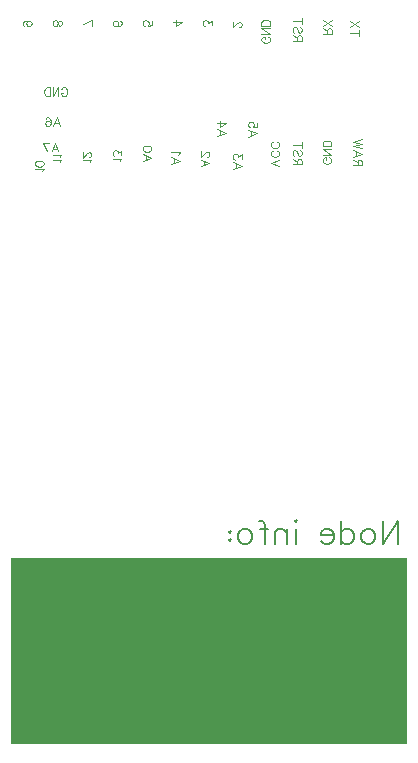
<source format=gbo>
G04 Layer: BottomSilkLayer*
G04 EasyEDA v6.2.46, 2019-11-03T11:34:55+01:00*
G04 e10e46a80a834b6b97d20d57123ccb7d,d15f1e4770a0489585fd403fbbc54e69,10*
G04 Gerber Generator version 0.2*
G04 Scale: 100 percent, Rotated: No, Reflected: No *
G04 Dimensions in inches *
G04 leading zeros omitted , absolute positions ,2 integer and 4 decimal *
%FSLAX24Y24*%
%MOIN*%
G90*
G70D02*

%ADD11C,0.008000*%
%ADD23C,0.004000*%

%LPD*%
G54D23*
G01X11978Y24098D02*
G01X11691Y24098D01*
G01X11978Y24003D02*
G01X11978Y24194D01*
G01X11978Y24284D02*
G01X11691Y24475D01*
G01X11978Y24475D02*
G01X11691Y24284D01*
G01X11078Y24053D02*
G01X10791Y24053D01*
G01X11078Y24053D02*
G01X11078Y24176D01*
G01X11064Y24217D01*
G01X11050Y24230D01*
G01X11023Y24244D01*
G01X10996Y24244D01*
G01X10969Y24230D01*
G01X10955Y24217D01*
G01X10941Y24176D01*
G01X10941Y24053D01*
G01X10941Y24148D02*
G01X10791Y24244D01*
G01X11078Y24334D02*
G01X10791Y24525D01*
G01X11078Y24525D02*
G01X10791Y24334D01*
G01X10078Y23822D02*
G01X9791Y23822D01*
G01X10078Y23822D02*
G01X10078Y23945D01*
G01X10064Y23986D01*
G01X10050Y23999D01*
G01X10023Y24013D01*
G01X9996Y24013D01*
G01X9969Y23999D01*
G01X9955Y23986D01*
G01X9941Y23945D01*
G01X9941Y23822D01*
G01X9941Y23917D02*
G01X9791Y24013D01*
G01X10037Y24294D02*
G01X10064Y24267D01*
G01X10078Y24226D01*
G01X10078Y24171D01*
G01X10064Y24130D01*
G01X10037Y24103D01*
G01X10009Y24103D01*
G01X9982Y24117D01*
G01X9969Y24130D01*
G01X9955Y24157D01*
G01X9928Y24239D01*
G01X9914Y24267D01*
G01X9900Y24280D01*
G01X9873Y24294D01*
G01X9832Y24294D01*
G01X9805Y24267D01*
G01X9791Y24226D01*
G01X9791Y24171D01*
G01X9805Y24130D01*
G01X9832Y24103D01*
G01X10078Y24479D02*
G01X9791Y24479D01*
G01X10078Y24384D02*
G01X10078Y24575D01*
G01X8959Y23964D02*
G01X8987Y23950D01*
G01X9014Y23923D01*
G01X9028Y23895D01*
G01X9028Y23841D01*
G01X9014Y23814D01*
G01X8987Y23786D01*
G01X8959Y23773D01*
G01X8919Y23759D01*
G01X8850Y23759D01*
G01X8809Y23773D01*
G01X8782Y23786D01*
G01X8755Y23814D01*
G01X8741Y23841D01*
G01X8741Y23895D01*
G01X8755Y23923D01*
G01X8782Y23950D01*
G01X8809Y23964D01*
G01X8850Y23964D01*
G01X8850Y23895D02*
G01X8850Y23964D01*
G01X9028Y24054D02*
G01X8741Y24054D01*
G01X9028Y24054D02*
G01X8741Y24244D01*
G01X9028Y24244D02*
G01X8741Y24244D01*
G01X9028Y24334D02*
G01X8741Y24334D01*
G01X9028Y24334D02*
G01X9028Y24430D01*
G01X9014Y24471D01*
G01X8987Y24498D01*
G01X8959Y24512D01*
G01X8919Y24525D01*
G01X8850Y24525D01*
G01X8809Y24512D01*
G01X8782Y24498D01*
G01X8755Y24471D01*
G01X8741Y24430D01*
G01X8741Y24334D01*
G01X8009Y24286D02*
G01X8023Y24286D01*
G01X8050Y24299D01*
G01X8064Y24313D01*
G01X8078Y24340D01*
G01X8078Y24395D01*
G01X8064Y24422D01*
G01X8050Y24436D01*
G01X8023Y24449D01*
G01X7996Y24449D01*
G01X7969Y24436D01*
G01X7928Y24408D01*
G01X7791Y24272D01*
G01X7791Y24463D01*
G01X7078Y24349D02*
G01X7078Y24499D01*
G01X6969Y24417D01*
G01X6969Y24458D01*
G01X6955Y24486D01*
G01X6941Y24499D01*
G01X6900Y24513D01*
G01X6873Y24513D01*
G01X6832Y24499D01*
G01X6805Y24472D01*
G01X6791Y24431D01*
G01X6791Y24390D01*
G01X6805Y24349D01*
G01X6819Y24336D01*
G01X6846Y24322D01*
G01X6078Y24458D02*
G01X5887Y24322D01*
G01X5887Y24527D01*
G01X6078Y24458D02*
G01X5791Y24458D01*
G01X5078Y24486D02*
G01X5078Y24349D01*
G01X4955Y24336D01*
G01X4969Y24349D01*
G01X4982Y24390D01*
G01X4982Y24431D01*
G01X4969Y24472D01*
G01X4941Y24499D01*
G01X4900Y24513D01*
G01X4873Y24513D01*
G01X4832Y24499D01*
G01X4805Y24472D01*
G01X4791Y24431D01*
G01X4791Y24390D01*
G01X4805Y24349D01*
G01X4819Y24336D01*
G01X4846Y24322D01*
G01X4037Y24486D02*
G01X4064Y24472D01*
G01X4078Y24431D01*
G01X4078Y24404D01*
G01X4064Y24363D01*
G01X4023Y24336D01*
G01X3955Y24322D01*
G01X3887Y24322D01*
G01X3832Y24336D01*
G01X3805Y24363D01*
G01X3791Y24404D01*
G01X3791Y24417D01*
G01X3805Y24458D01*
G01X3832Y24486D01*
G01X3873Y24499D01*
G01X3887Y24499D01*
G01X3928Y24486D01*
G01X3955Y24458D01*
G01X3969Y24417D01*
G01X3969Y24404D01*
G01X3955Y24363D01*
G01X3928Y24336D01*
G01X3887Y24322D01*
G01X3078Y24513D02*
G01X2791Y24377D01*
G01X3078Y24322D02*
G01X3078Y24513D01*
G01X2078Y24390D02*
G01X2064Y24349D01*
G01X2037Y24336D01*
G01X2009Y24336D01*
G01X1982Y24349D01*
G01X1969Y24377D01*
G01X1955Y24431D01*
G01X1941Y24472D01*
G01X1914Y24499D01*
G01X1887Y24513D01*
G01X1846Y24513D01*
G01X1819Y24499D01*
G01X1805Y24486D01*
G01X1791Y24445D01*
G01X1791Y24390D01*
G01X1805Y24349D01*
G01X1819Y24336D01*
G01X1846Y24322D01*
G01X1887Y24322D01*
G01X1914Y24336D01*
G01X1941Y24363D01*
G01X1955Y24404D01*
G01X1969Y24458D01*
G01X1982Y24486D01*
G01X2009Y24499D01*
G01X2037Y24499D01*
G01X2064Y24486D01*
G01X2078Y24445D01*
G01X2078Y24390D01*
G01X982Y24499D02*
G01X941Y24486D01*
G01X914Y24458D01*
G01X900Y24417D01*
G01X900Y24404D01*
G01X914Y24363D01*
G01X941Y24336D01*
G01X982Y24322D01*
G01X996Y24322D01*
G01X1037Y24336D01*
G01X1064Y24363D01*
G01X1078Y24404D01*
G01X1078Y24417D01*
G01X1064Y24458D01*
G01X1037Y24486D01*
G01X982Y24499D01*
G01X914Y24499D01*
G01X846Y24486D01*
G01X805Y24458D01*
G01X791Y24417D01*
G01X791Y24390D01*
G01X805Y24349D01*
G01X832Y24336D01*
G01X12089Y19676D02*
G01X11802Y19676D01*
G01X12089Y19676D02*
G01X12089Y19799D01*
G01X12075Y19840D01*
G01X12061Y19853D01*
G01X12034Y19867D01*
G01X12007Y19867D01*
G01X11980Y19853D01*
G01X11966Y19840D01*
G01X11952Y19799D01*
G01X11952Y19676D01*
G01X11952Y19771D02*
G01X11802Y19867D01*
G01X12089Y20066D02*
G01X11802Y19957D01*
G01X12089Y20066D02*
G01X11802Y20175D01*
G01X11898Y19998D02*
G01X11898Y20134D01*
G01X12089Y20265D02*
G01X11802Y20333D01*
G01X12089Y20401D02*
G01X11802Y20333D01*
G01X12089Y20401D02*
G01X11802Y20470D01*
G01X12089Y20538D02*
G01X11802Y20470D01*
G01X10997Y19938D02*
G01X11025Y19924D01*
G01X11052Y19897D01*
G01X11066Y19869D01*
G01X11066Y19815D01*
G01X11052Y19788D01*
G01X11025Y19760D01*
G01X10997Y19747D01*
G01X10957Y19733D01*
G01X10888Y19733D01*
G01X10847Y19747D01*
G01X10820Y19760D01*
G01X10793Y19788D01*
G01X10779Y19815D01*
G01X10779Y19869D01*
G01X10793Y19897D01*
G01X10820Y19924D01*
G01X10847Y19938D01*
G01X10888Y19938D01*
G01X10888Y19869D02*
G01X10888Y19938D01*
G01X11066Y20028D02*
G01X10779Y20028D01*
G01X11066Y20028D02*
G01X10779Y20218D01*
G01X11066Y20218D02*
G01X10779Y20218D01*
G01X11066Y20308D02*
G01X10779Y20308D01*
G01X11066Y20308D02*
G01X11066Y20404D01*
G01X11052Y20445D01*
G01X11025Y20472D01*
G01X10997Y20486D01*
G01X10957Y20499D01*
G01X10888Y20499D01*
G01X10847Y20486D01*
G01X10820Y20472D01*
G01X10793Y20445D01*
G01X10779Y20404D01*
G01X10779Y20308D01*
G01X10081Y19706D02*
G01X9794Y19706D01*
G01X10081Y19706D02*
G01X10081Y19829D01*
G01X10067Y19870D01*
G01X10053Y19883D01*
G01X10026Y19897D01*
G01X9999Y19897D01*
G01X9972Y19883D01*
G01X9958Y19870D01*
G01X9944Y19829D01*
G01X9944Y19706D01*
G01X9944Y19801D02*
G01X9794Y19897D01*
G01X10040Y20178D02*
G01X10067Y20151D01*
G01X10081Y20110D01*
G01X10081Y20055D01*
G01X10067Y20014D01*
G01X10040Y19987D01*
G01X10012Y19987D01*
G01X9985Y20001D01*
G01X9972Y20014D01*
G01X9958Y20041D01*
G01X9931Y20123D01*
G01X9917Y20151D01*
G01X9903Y20164D01*
G01X9876Y20178D01*
G01X9835Y20178D01*
G01X9808Y20151D01*
G01X9794Y20110D01*
G01X9794Y20055D01*
G01X9808Y20014D01*
G01X9835Y19987D01*
G01X10081Y20363D02*
G01X9794Y20363D01*
G01X10081Y20268D02*
G01X10081Y20459D01*
G01X9333Y19652D02*
G01X9046Y19761D01*
G01X9333Y19870D02*
G01X9046Y19761D01*
G01X9264Y20165D02*
G01X9292Y20151D01*
G01X9319Y20124D01*
G01X9333Y20097D01*
G01X9333Y20042D01*
G01X9319Y20015D01*
G01X9292Y19987D01*
G01X9264Y19974D01*
G01X9224Y19960D01*
G01X9155Y19960D01*
G01X9114Y19974D01*
G01X9087Y19987D01*
G01X9060Y20015D01*
G01X9046Y20042D01*
G01X9046Y20097D01*
G01X9060Y20124D01*
G01X9087Y20151D01*
G01X9114Y20165D01*
G01X9264Y20459D02*
G01X9292Y20446D01*
G01X9319Y20418D01*
G01X9333Y20391D01*
G01X9333Y20337D01*
G01X9319Y20309D01*
G01X9292Y20282D01*
G01X9264Y20268D01*
G01X9224Y20255D01*
G01X9155Y20255D01*
G01X9114Y20268D01*
G01X9087Y20282D01*
G01X9060Y20309D01*
G01X9046Y20337D01*
G01X9046Y20391D01*
G01X9060Y20418D01*
G01X9087Y20446D01*
G01X9114Y20459D01*
G01X8585Y20739D02*
G01X8298Y20630D01*
G01X8585Y20739D02*
G01X8298Y20848D01*
G01X8394Y20671D02*
G01X8394Y20807D01*
G01X8585Y21102D02*
G01X8585Y20965D01*
G01X8462Y20952D01*
G01X8476Y20965D01*
G01X8489Y21006D01*
G01X8489Y21047D01*
G01X8476Y21088D01*
G01X8448Y21115D01*
G01X8407Y21129D01*
G01X8380Y21129D01*
G01X8339Y21115D01*
G01X8312Y21088D01*
G01X8298Y21047D01*
G01X8298Y21006D01*
G01X8312Y20965D01*
G01X8326Y20952D01*
G01X8353Y20938D01*
G01X8080Y19663D02*
G01X7793Y19554D01*
G01X8080Y19663D02*
G01X7793Y19772D01*
G01X7889Y19595D02*
G01X7889Y19731D01*
G01X8080Y19889D02*
G01X8080Y20039D01*
G01X7971Y19958D01*
G01X7971Y19999D01*
G01X7957Y20026D01*
G01X7943Y20039D01*
G01X7902Y20053D01*
G01X7875Y20053D01*
G01X7834Y20039D01*
G01X7807Y20012D01*
G01X7793Y19971D01*
G01X7793Y19930D01*
G01X7807Y19889D01*
G01X7821Y19876D01*
G01X7848Y19862D01*
G01X7562Y20764D02*
G01X7275Y20655D01*
G01X7562Y20764D02*
G01X7275Y20873D01*
G01X7371Y20696D02*
G01X7371Y20832D01*
G01X7562Y21100D02*
G01X7371Y20963D01*
G01X7371Y21168D01*
G01X7562Y21100D02*
G01X7275Y21100D01*
G01X7011Y19754D02*
G01X6724Y19645D01*
G01X7011Y19754D02*
G01X6724Y19863D01*
G01X6820Y19686D02*
G01X6820Y19822D01*
G01X6942Y19967D02*
G01X6956Y19967D01*
G01X6983Y19980D01*
G01X6997Y19994D01*
G01X7011Y20021D01*
G01X7011Y20076D01*
G01X6997Y20103D01*
G01X6983Y20117D01*
G01X6956Y20130D01*
G01X6929Y20130D01*
G01X6902Y20117D01*
G01X6861Y20090D01*
G01X6724Y19953D01*
G01X6724Y20144D01*
G01X6021Y19837D02*
G01X5734Y19728D01*
G01X6021Y19837D02*
G01X5734Y19946D01*
G01X5830Y19769D02*
G01X5830Y19905D01*
G01X5966Y20036D02*
G01X5980Y20063D01*
G01X6021Y20104D01*
G01X5734Y20104D01*
G01X5071Y19937D02*
G01X4784Y19828D01*
G01X5071Y19937D02*
G01X4784Y20046D01*
G01X4880Y19869D02*
G01X4880Y20005D01*
G01X5071Y20218D02*
G01X5057Y20177D01*
G01X5016Y20150D01*
G01X4948Y20136D01*
G01X4907Y20136D01*
G01X4839Y20150D01*
G01X4798Y20177D01*
G01X4784Y20218D01*
G01X4784Y20245D01*
G01X4798Y20286D01*
G01X4839Y20313D01*
G01X4907Y20327D01*
G01X4948Y20327D01*
G01X5016Y20313D01*
G01X5057Y20286D01*
G01X5071Y20245D01*
G01X5071Y20218D01*
G01X4016Y19828D02*
G01X4030Y19855D01*
G01X4071Y19896D01*
G01X3784Y19896D01*
G01X4071Y20013D02*
G01X4071Y20163D01*
G01X3962Y20082D01*
G01X3962Y20123D01*
G01X3948Y20150D01*
G01X3934Y20163D01*
G01X3893Y20177D01*
G01X3866Y20177D01*
G01X3825Y20163D01*
G01X3798Y20136D01*
G01X3784Y20095D01*
G01X3784Y20054D01*
G01X3798Y20013D01*
G01X3812Y20000D01*
G01X3839Y19986D01*
G01X3016Y19778D02*
G01X3030Y19805D01*
G01X3071Y19846D01*
G01X2784Y19846D01*
G01X3002Y19950D02*
G01X3016Y19950D01*
G01X3043Y19963D01*
G01X3057Y19977D01*
G01X3071Y20004D01*
G01X3071Y20059D01*
G01X3057Y20086D01*
G01X3043Y20100D01*
G01X3016Y20113D01*
G01X2989Y20113D01*
G01X2962Y20100D01*
G01X2921Y20073D01*
G01X2784Y19936D01*
G01X2784Y20127D01*
G01X2016Y19801D02*
G01X2030Y19828D01*
G01X2071Y19869D01*
G01X1784Y19869D01*
G01X2016Y19959D02*
G01X2030Y19986D01*
G01X2071Y20027D01*
G01X1784Y20027D01*
G01X1423Y19473D02*
G01X1437Y19500D01*
G01X1478Y19540D01*
G01X1191Y19540D01*
G01X1478Y19713D02*
G01X1464Y19671D01*
G01X1423Y19644D01*
G01X1355Y19630D01*
G01X1314Y19630D01*
G01X1246Y19644D01*
G01X1205Y19671D01*
G01X1191Y19713D01*
G01X1191Y19740D01*
G01X1205Y19780D01*
G01X1246Y19807D01*
G01X1314Y19821D01*
G01X1355Y19821D01*
G01X1423Y19807D01*
G01X1464Y19780D01*
G01X1478Y19740D01*
G01X1478Y19713D01*
G01X1862Y20427D02*
G01X1971Y20140D01*
G01X1862Y20427D02*
G01X1753Y20140D01*
G01X1930Y20236D02*
G01X1794Y20236D01*
G01X1472Y20427D02*
G01X1608Y20140D01*
G01X1663Y20427D02*
G01X1472Y20427D01*
G01X1912Y21276D02*
G01X2021Y20989D01*
G01X1912Y21276D02*
G01X1803Y20989D01*
G01X1980Y21085D02*
G01X1844Y21085D01*
G01X1549Y21235D02*
G01X1563Y21262D01*
G01X1604Y21276D01*
G01X1631Y21276D01*
G01X1672Y21262D01*
G01X1699Y21221D01*
G01X1713Y21153D01*
G01X1713Y21085D01*
G01X1699Y21030D01*
G01X1672Y21003D01*
G01X1631Y20989D01*
G01X1617Y20989D01*
G01X1576Y21003D01*
G01X1549Y21030D01*
G01X1536Y21071D01*
G01X1536Y21085D01*
G01X1549Y21126D01*
G01X1576Y21153D01*
G01X1617Y21167D01*
G01X1631Y21167D01*
G01X1672Y21153D01*
G01X1699Y21126D01*
G01X1713Y21085D01*
G01X2066Y22207D02*
G01X2080Y22235D01*
G01X2107Y22262D01*
G01X2135Y22276D01*
G01X2189Y22276D01*
G01X2216Y22262D01*
G01X2244Y22235D01*
G01X2257Y22207D01*
G01X2271Y22167D01*
G01X2271Y22098D01*
G01X2257Y22057D01*
G01X2244Y22030D01*
G01X2216Y22003D01*
G01X2189Y21989D01*
G01X2135Y21989D01*
G01X2107Y22003D01*
G01X2080Y22030D01*
G01X2066Y22057D01*
G01X2066Y22098D01*
G01X2135Y22098D02*
G01X2066Y22098D01*
G01X1976Y22276D02*
G01X1976Y21989D01*
G01X1976Y22276D02*
G01X1786Y21989D01*
G01X1786Y22276D02*
G01X1786Y21989D01*
G01X1696Y22276D02*
G01X1696Y21989D01*
G01X1696Y22276D02*
G01X1600Y22276D01*
G01X1559Y22262D01*
G01X1532Y22235D01*
G01X1518Y22207D01*
G01X1505Y22167D01*
G01X1505Y22098D01*
G01X1518Y22057D01*
G01X1532Y22030D01*
G01X1559Y22003D01*
G01X1600Y21989D01*
G01X1696Y21989D01*
G54D11*
G01X13293Y7813D02*
G01X13293Y7050D01*
G01X13293Y7813D02*
G01X12784Y7050D01*
G01X12784Y7813D02*
G01X12784Y7050D01*
G01X12362Y7559D02*
G01X12435Y7522D01*
G01X12508Y7450D01*
G01X12544Y7340D01*
G01X12544Y7268D01*
G01X12508Y7159D01*
G01X12435Y7086D01*
G01X12362Y7050D01*
G01X12253Y7050D01*
G01X12180Y7086D01*
G01X12108Y7159D01*
G01X12071Y7268D01*
G01X12071Y7340D01*
G01X12108Y7450D01*
G01X12180Y7522D01*
G01X12253Y7559D01*
G01X12362Y7559D01*
G01X11395Y7813D02*
G01X11395Y7050D01*
G01X11395Y7450D02*
G01X11468Y7522D01*
G01X11540Y7559D01*
G01X11649Y7559D01*
G01X11722Y7522D01*
G01X11795Y7450D01*
G01X11831Y7340D01*
G01X11831Y7268D01*
G01X11795Y7159D01*
G01X11722Y7086D01*
G01X11649Y7050D01*
G01X11540Y7050D01*
G01X11468Y7086D01*
G01X11395Y7159D01*
G01X11155Y7340D02*
G01X10719Y7340D01*
G01X10719Y7413D01*
G01X10755Y7486D01*
G01X10791Y7522D01*
G01X10864Y7559D01*
G01X10973Y7559D01*
G01X11046Y7522D01*
G01X11119Y7450D01*
G01X11155Y7340D01*
G01X11155Y7268D01*
G01X11119Y7159D01*
G01X11046Y7086D01*
G01X10973Y7050D01*
G01X10864Y7050D01*
G01X10791Y7086D01*
G01X10719Y7159D01*
G01X9919Y7813D02*
G01X9882Y7777D01*
G01X9846Y7813D01*
G01X9882Y7850D01*
G01X9919Y7813D01*
G01X9882Y7559D02*
G01X9882Y7050D01*
G01X9606Y7559D02*
G01X9606Y7050D01*
G01X9606Y7413D02*
G01X9497Y7522D01*
G01X9424Y7559D01*
G01X9315Y7559D01*
G01X9242Y7522D01*
G01X9206Y7413D01*
G01X9206Y7050D01*
G01X8675Y7813D02*
G01X8748Y7813D01*
G01X8820Y7777D01*
G01X8857Y7668D01*
G01X8857Y7050D01*
G01X8966Y7559D02*
G01X8711Y7559D01*
G01X8253Y7559D02*
G01X8326Y7522D01*
G01X8399Y7450D01*
G01X8435Y7340D01*
G01X8435Y7268D01*
G01X8399Y7159D01*
G01X8326Y7086D01*
G01X8253Y7050D01*
G01X8144Y7050D01*
G01X8071Y7086D01*
G01X7999Y7159D01*
G01X7962Y7268D01*
G01X7962Y7340D01*
G01X7999Y7450D01*
G01X8071Y7522D01*
G01X8144Y7559D01*
G01X8253Y7559D01*
G01X7686Y7486D02*
G01X7722Y7450D01*
G01X7686Y7413D01*
G01X7649Y7450D01*
G01X7686Y7486D01*
G01X7686Y7231D02*
G01X7722Y7195D01*
G01X7686Y7159D01*
G01X7649Y7195D01*
G01X7686Y7231D01*
G36*
G01X400Y6600D02*
G01X13600Y6600D01*
G01X13600Y400D01*
G01X400Y400D01*
G01X400Y6600D01*
G37*
M00*
M02*

</source>
